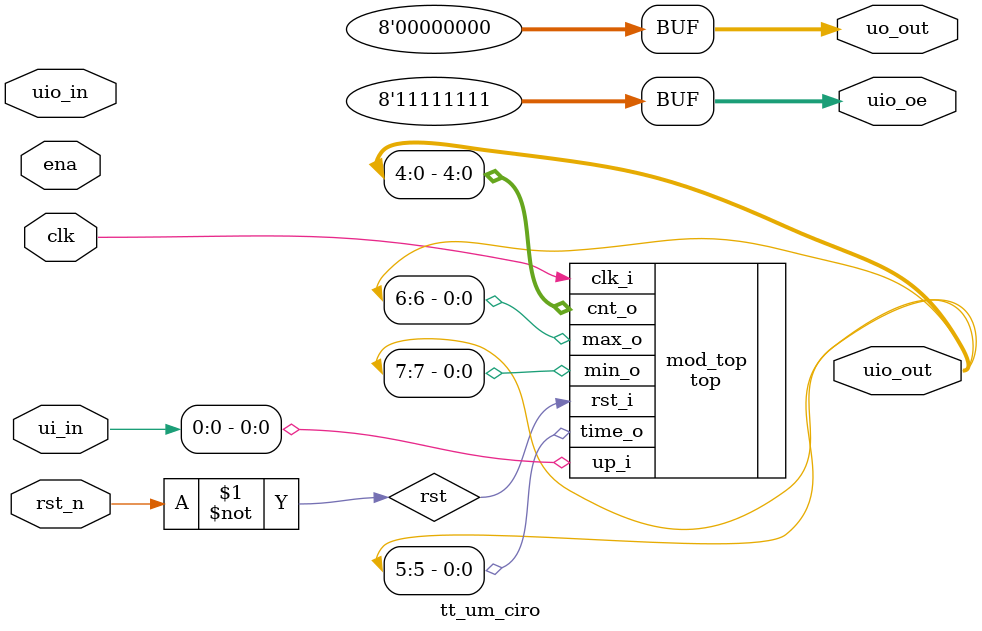
<source format=v>
`default_nettype none

module tt_um_ciro #( parameter MAX_COUNT = 24'd10_000_000 ) ( 
    input  wire [7:0] ui_in,    // Dedicated inputs - connected to the input switches
    output wire [7:0] uo_out,   // Dedicated outputs - connected to the 7 segment display
    input  wire [7:0] uio_in,   // IOs: Bidirectional Input path
    output wire [7:0] uio_out,  // IOs: Bidirectional Output path
    output wire [7:0] uio_oe,   // IOs: Bidirectional Enable path (active high: 0=input, 1=output)
    input  wire       ena,      // will go high when the design is enabled
    input  wire       clk,      // clock
    input  wire       rst_n     // reset_n - low to reset
);
  
  // Invertir reset
  wire rst;
  assign rst = ~rst_n;
    
  // Configurar bidireccional como salidas
  assign uio_oe = 8'b11111111;
  
  // Mandar todos los leds a cero
  assign uo_out[7:0] = 8'b00000000;
  
  // Instanciacion de modulo
  top mod_top ( 
    .clk_i(clk),
    .rst_i(rst),
    .up_i(ui_in[0]),
    .cnt_o(uio_out[4:0]),
    .time_o(uio_out[5]),
    .max_o(uio_out[6]),
    .min_o(uio_out[7])
);
  
endmodule
</source>
